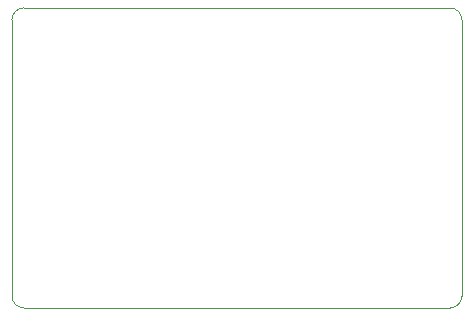
<source format=gbr>
G04 #@! TF.FileFunction,Profile,NP*
%FSLAX46Y46*%
G04 Gerber Fmt 4.6, Leading zero omitted, Abs format (unit mm)*
G04 Created by KiCad (PCBNEW (2015-03-25 BZR 5536)-product) date 2015 July 22, Wednesday 22:21:14*
%MOMM*%
G01*
G04 APERTURE LIST*
%ADD10C,0.100000*%
G04 APERTURE END LIST*
D10*
X165100000Y-77216000D02*
X165100000Y-100584000D01*
X128016000Y-76200000D02*
X164084000Y-76200000D01*
X127000000Y-100584000D02*
X127000000Y-77216000D01*
X164084000Y-101600000D02*
X128016000Y-101600000D01*
X127000000Y-100584000D02*
G75*
G03X128016000Y-101600000I1016000J0D01*
G01*
X128016000Y-76200000D02*
G75*
G03X127000000Y-77216000I0J-1016000D01*
G01*
X165100000Y-77216000D02*
G75*
G03X164084000Y-76200000I-1016000J0D01*
G01*
X164084000Y-101600000D02*
G75*
G03X165100000Y-100584000I0J1016000D01*
G01*
M02*

</source>
